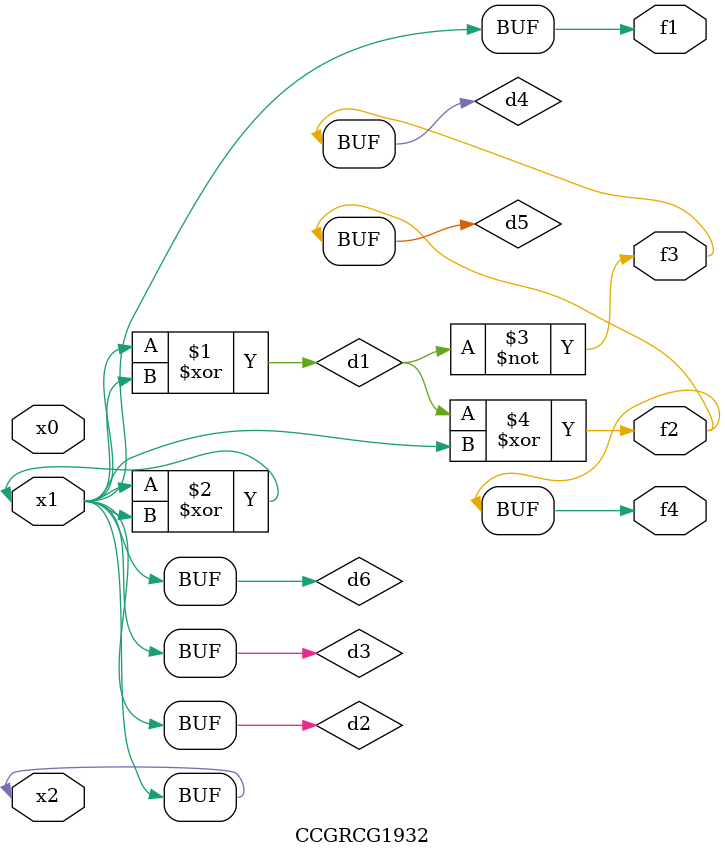
<source format=v>
module CCGRCG1932(
	input x0, x1, x2,
	output f1, f2, f3, f4
);

	wire d1, d2, d3, d4, d5, d6;

	xor (d1, x1, x2);
	buf (d2, x1, x2);
	xor (d3, x1, x2);
	nor (d4, d1);
	xor (d5, d1, d2);
	buf (d6, d2, d3);
	assign f1 = d6;
	assign f2 = d5;
	assign f3 = d4;
	assign f4 = d5;
endmodule

</source>
